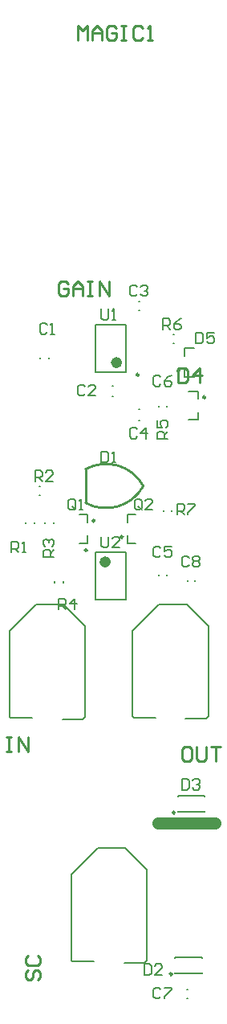
<source format=gto>
G04 Layer_Color=65535*
%FSLAX25Y25*%
%MOIN*%
G70*
G01*
G75*
%ADD41C,0.01000*%
%ADD42C,0.00984*%
%ADD43C,0.02362*%
%ADD44C,0.00600*%
%ADD45C,0.00787*%
%ADD46C,0.05000*%
%ADD47C,0.00800*%
D41*
X13500Y218504D02*
G03*
X-10500Y225504I-15500J-8500D01*
G01*
Y211504D02*
G03*
X13500Y218504I8500J15500D01*
G01*
X-10500Y211504D02*
Y225504D01*
X-43307Y114266D02*
X-41308D01*
X-42307D01*
Y108268D01*
X-43307D01*
X-41308D01*
X-38309D02*
Y114266D01*
X-34310Y108268D01*
Y114266D01*
X28015Y267417D02*
Y261419D01*
X31014D01*
X32013Y262418D01*
Y266417D01*
X31014Y267417D01*
X28015D01*
X37012Y261419D02*
Y267417D01*
X34013Y264418D01*
X38011D01*
X-13780Y403543D02*
Y409541D01*
X-11780Y407542D01*
X-9781Y409541D01*
Y403543D01*
X-7782D02*
Y407542D01*
X-5782Y409541D01*
X-3783Y407542D01*
Y403543D01*
Y406542D01*
X-7782D01*
X2215Y408542D02*
X1216Y409541D01*
X-784D01*
X-1783Y408542D01*
Y404543D01*
X-784Y403543D01*
X1216D01*
X2215Y404543D01*
Y406542D01*
X216D01*
X4215Y409541D02*
X6214D01*
X5214D01*
Y403543D01*
X4215D01*
X6214D01*
X13212Y408542D02*
X12212Y409541D01*
X10213D01*
X9213Y408542D01*
Y404543D01*
X10213Y403543D01*
X12212D01*
X13212Y404543D01*
X15211Y403543D02*
X17210D01*
X16211D01*
Y409541D01*
X15211Y408542D01*
X-17655Y302242D02*
X-18654Y303242D01*
X-20654D01*
X-21654Y302242D01*
Y298244D01*
X-20654Y297244D01*
X-18654D01*
X-17655Y298244D01*
Y300243D01*
X-19654D01*
X-15655Y297244D02*
Y301243D01*
X-13656Y303242D01*
X-11657Y301243D01*
Y297244D01*
Y300243D01*
X-15655D01*
X-9657Y303242D02*
X-7658D01*
X-8658D01*
Y297244D01*
X-9657D01*
X-7658D01*
X-4659D02*
Y303242D01*
X-660Y297244D01*
Y303242D01*
X32527Y110329D02*
X30527D01*
X29528Y109329D01*
Y105330D01*
X30527Y104331D01*
X32527D01*
X33526Y105330D01*
Y109329D01*
X32527Y110329D01*
X35526D02*
Y105330D01*
X36525Y104331D01*
X38525D01*
X39524Y105330D01*
Y110329D01*
X41524D02*
X45522D01*
X43523D01*
Y104331D01*
X-34526Y17778D02*
X-35526Y16779D01*
Y14779D01*
X-34526Y13780D01*
X-33526D01*
X-32527Y14779D01*
Y16779D01*
X-31527Y17778D01*
X-30527D01*
X-29528Y16779D01*
Y14779D01*
X-30527Y13780D01*
X-34526Y23776D02*
X-35526Y22777D01*
Y20777D01*
X-34526Y19778D01*
X-30527D01*
X-29528Y20777D01*
Y22777D01*
X-30527Y23776D01*
D42*
X-6693Y204134D02*
G03*
X-6693Y204134I-492J0D01*
G01*
X39272Y255315D02*
G03*
X39272Y255315I-492J0D01*
G01*
X25492Y16141D02*
G03*
X25492Y16141I-492J0D01*
G01*
X11614Y264646D02*
G03*
X11614Y264646I-492J0D01*
G01*
X-9843Y191850D02*
G03*
X-9843Y191850I-492J0D01*
G01*
X28642Y266339D02*
G03*
X28642Y266339I-492J0D01*
G01*
X5020Y197441D02*
G03*
X5020Y197441I-492J0D01*
G01*
X26673Y83071D02*
G03*
X26673Y83071I-492J0D01*
G01*
D43*
X3543Y269685D02*
G03*
X3543Y269685I-1181J0D01*
G01*
X-1181Y187008D02*
G03*
X-1181Y187008I-1181J0D01*
G01*
D44*
X-20090Y121732D02*
X-11591D01*
X-10591Y122732D01*
Y160232D01*
X-19590Y169232D02*
X-10591Y160232D01*
X-31091Y169232D02*
X-19590D01*
X-42091Y158232D02*
X-31091Y169232D01*
X-42091Y122732D02*
Y158232D01*
Y122732D02*
X-41591Y122232D01*
X-32591D01*
X31091Y122047D02*
X39591D01*
X40591Y123047D01*
Y160547D01*
X31591Y169547D02*
X40591Y160547D01*
X20090Y169547D02*
X31591D01*
X9091Y158547D02*
X20090Y169547D01*
X9091Y123047D02*
Y158547D01*
Y123047D02*
X9591Y122547D01*
X18590D01*
X5500Y20866D02*
X14000D01*
X15000Y21866D01*
Y59366D01*
X6000Y68366D02*
X15000Y59366D01*
X-5500Y68366D02*
X6000D01*
X-16500Y57366D02*
X-5500Y68366D01*
X-16500Y21866D02*
Y57366D01*
Y21866D02*
X-16000Y21366D01*
X-7000D01*
D45*
X-12894Y206693D02*
X-9744D01*
Y203543D02*
Y206693D01*
X-12894Y194882D02*
X-9744D01*
Y198031D01*
X36220Y246063D02*
Y249213D01*
X32283Y246063D02*
X36220D01*
Y254724D02*
Y257874D01*
X32283D02*
X36220D01*
X26673Y16338D02*
X37894D01*
X26673Y23031D02*
X37894D01*
X26673Y16338D02*
Y16732D01*
X37894Y16338D02*
Y16732D01*
X26673Y22637D02*
Y23031D01*
X37894Y22637D02*
Y23031D01*
X6299Y265748D02*
Y285433D01*
X-6299Y265748D02*
Y285433D01*
Y265748D02*
X6299D01*
X-6299Y285433D02*
X6299D01*
X-6299Y171260D02*
Y190945D01*
X6299Y171260D02*
Y190945D01*
X-6299D02*
X6299D01*
X-6299Y171260D02*
X6299D01*
X591Y255610D02*
X984D01*
X591Y260138D02*
X984D01*
X-25787Y271457D02*
Y271850D01*
X-29331Y271457D02*
Y271850D01*
X32087Y178937D02*
Y179331D01*
X34843Y178937D02*
Y179331D01*
X30709Y263779D02*
X34646D01*
X30709D02*
Y266929D01*
Y275590D02*
X34646D01*
X30709Y272441D02*
Y275590D01*
X19882Y251378D02*
Y251772D01*
X23425Y251378D02*
Y251772D01*
X21850Y208071D02*
Y208465D01*
X25394Y208071D02*
Y208465D01*
X-27362Y202953D02*
Y203346D01*
X-23819Y202953D02*
Y203346D01*
X-29724Y218307D02*
X-29331D01*
X-29724Y214764D02*
X-29331D01*
X25787Y277756D02*
X26181D01*
X25787Y281299D02*
X26181D01*
X-31693Y202953D02*
Y203346D01*
X-35236Y202953D02*
Y203346D01*
X-19882Y178543D02*
Y178937D01*
X-23425Y178543D02*
Y178937D01*
X7087Y194882D02*
X10236D01*
X7087D02*
Y198031D01*
Y206693D02*
X10236D01*
X7087Y203543D02*
Y206693D01*
X27854Y83268D02*
X39075D01*
X27854Y89961D02*
X39075D01*
X27854Y83268D02*
Y83662D01*
X39075Y83268D02*
Y83662D01*
X27854Y89567D02*
Y89961D01*
X39075Y89567D02*
Y89961D01*
X31693Y6102D02*
X32087D01*
X31693Y9646D02*
X32087D01*
X11614Y245768D02*
X12008D01*
X11614Y250295D02*
X12008D01*
X19882Y181299D02*
Y181693D01*
X23425Y181299D02*
Y181693D01*
X11614Y291535D02*
X12008D01*
X11614Y295079D02*
X12008D01*
D46*
X19685Y78740D02*
X43307D01*
D47*
X-14717Y209411D02*
Y212410D01*
X-15467Y213160D01*
X-16967D01*
X-17717Y212410D01*
Y209411D01*
X-16967Y208661D01*
X-15467D01*
X-16217Y210161D02*
X-14717Y208661D01*
X-15467D02*
X-14717Y209411D01*
X-13218Y208661D02*
X-11718D01*
X-12468D01*
Y213160D01*
X-13218Y212410D01*
X-3937Y232845D02*
Y228346D01*
X-1688D01*
X-938Y229096D01*
Y232095D01*
X-1688Y232845D01*
X-3937D01*
X562Y228346D02*
X2061D01*
X1311D01*
Y232845D01*
X562Y232095D01*
X13780Y20247D02*
Y15748D01*
X16029D01*
X16779Y16498D01*
Y19497D01*
X16029Y20247D01*
X13780D01*
X21277Y15748D02*
X18278D01*
X21277Y18747D01*
Y19497D01*
X20527Y20247D01*
X19028D01*
X18278Y19497D01*
X-3937Y291900D02*
Y288151D01*
X-3187Y287402D01*
X-1688D01*
X-938Y288151D01*
Y291900D01*
X562Y287402D02*
X2061D01*
X1311D01*
Y291900D01*
X562Y291150D01*
X-3937Y197412D02*
Y193663D01*
X-3187Y192913D01*
X-1688D01*
X-938Y193663D01*
Y197412D01*
X3561Y192913D02*
X562D01*
X3561Y195912D01*
Y196662D01*
X2811Y197412D01*
X1311D01*
X562Y196662D01*
X-10780Y259654D02*
X-11530Y260404D01*
X-13030D01*
X-13780Y259654D01*
Y256655D01*
X-13030Y255906D01*
X-11530D01*
X-10780Y256655D01*
X-6282Y255906D02*
X-9281D01*
X-6282Y258905D01*
Y259654D01*
X-7032Y260404D01*
X-8531D01*
X-9281Y259654D01*
X-26528Y285245D02*
X-27278Y285995D01*
X-28778D01*
X-29528Y285245D01*
Y282246D01*
X-28778Y281496D01*
X-27278D01*
X-26528Y282246D01*
X-25029Y281496D02*
X-23529D01*
X-24279D01*
Y285995D01*
X-25029Y285245D01*
X32527Y188788D02*
X31777Y189538D01*
X30277D01*
X29528Y188788D01*
Y185789D01*
X30277Y185039D01*
X31777D01*
X32527Y185789D01*
X34026Y188788D02*
X34776Y189538D01*
X36275D01*
X37025Y188788D01*
Y188038D01*
X36275Y187289D01*
X37025Y186539D01*
Y185789D01*
X36275Y185039D01*
X34776D01*
X34026Y185789D01*
Y186539D01*
X34776Y187289D01*
X34026Y188038D01*
Y188788D01*
X34776Y187289D02*
X36275D01*
X20716Y263591D02*
X19966Y264341D01*
X18466D01*
X17717Y263591D01*
Y260592D01*
X18466Y259842D01*
X19966D01*
X20716Y260592D01*
X25214Y264341D02*
X23715Y263591D01*
X22215Y262092D01*
Y260592D01*
X22965Y259842D01*
X24464D01*
X25214Y260592D01*
Y261342D01*
X24464Y262092D01*
X22215D01*
X35433Y282058D02*
Y277559D01*
X37682D01*
X38432Y278309D01*
Y281308D01*
X37682Y282058D01*
X35433D01*
X42931D02*
X39932D01*
Y279808D01*
X41431Y280558D01*
X42181D01*
X42931Y279808D01*
Y278309D01*
X42181Y277559D01*
X40681D01*
X39932Y278309D01*
X23622Y238189D02*
X19124D01*
Y240438D01*
X19873Y241188D01*
X21373D01*
X22122Y240438D01*
Y238189D01*
Y239688D02*
X23622Y241188D01*
X19124Y245687D02*
Y242688D01*
X21373D01*
X20623Y244187D01*
Y244937D01*
X21373Y245687D01*
X22872D01*
X23622Y244937D01*
Y243437D01*
X22872Y242688D01*
X27559Y206693D02*
Y211192D01*
X29808D01*
X30558Y210442D01*
Y208942D01*
X29808Y208192D01*
X27559D01*
X29059D02*
X30558Y206693D01*
X32058Y211192D02*
X35057D01*
Y210442D01*
X32058Y207443D01*
Y206693D01*
X-23622Y188976D02*
X-28121D01*
Y191226D01*
X-27371Y191975D01*
X-25871D01*
X-25122Y191226D01*
Y188976D01*
Y190476D02*
X-23622Y191975D01*
X-27371Y193475D02*
X-28121Y194225D01*
Y195724D01*
X-27371Y196474D01*
X-26621D01*
X-25871Y195724D01*
Y194975D01*
Y195724D01*
X-25122Y196474D01*
X-24372D01*
X-23622Y195724D01*
Y194225D01*
X-24372Y193475D01*
X-31496Y220472D02*
Y224971D01*
X-29247D01*
X-28497Y224221D01*
Y222722D01*
X-29247Y221972D01*
X-31496D01*
X-29996D02*
X-28497Y220472D01*
X-23999D02*
X-26998D01*
X-23999Y223471D01*
Y224221D01*
X-24748Y224971D01*
X-26248D01*
X-26998Y224221D01*
X21654Y283465D02*
Y287963D01*
X23903D01*
X24653Y287213D01*
Y285714D01*
X23903Y284964D01*
X21654D01*
X23153D02*
X24653Y283465D01*
X29151Y287963D02*
X27652Y287213D01*
X26152Y285714D01*
Y284214D01*
X26902Y283465D01*
X28401D01*
X29151Y284214D01*
Y284964D01*
X28401Y285714D01*
X26152D01*
X-41339Y190945D02*
Y195443D01*
X-39089D01*
X-38340Y194694D01*
Y193194D01*
X-39089Y192444D01*
X-41339D01*
X-39839D02*
X-38340Y190945D01*
X-36840D02*
X-35340D01*
X-36090D01*
Y195443D01*
X-36840Y194694D01*
X-21654Y167323D02*
Y171821D01*
X-19404D01*
X-18654Y171072D01*
Y169572D01*
X-19404Y168822D01*
X-21654D01*
X-20154D02*
X-18654Y167323D01*
X-14906D02*
Y171821D01*
X-17155Y169572D01*
X-14156D01*
X12842Y209411D02*
Y212410D01*
X12092Y213160D01*
X10592D01*
X9843Y212410D01*
Y209411D01*
X10592Y208661D01*
X12092D01*
X11342Y210161D02*
X12842Y208661D01*
X12092D02*
X12842Y209411D01*
X17340Y208661D02*
X14341D01*
X17340Y211660D01*
Y212410D01*
X16590Y213160D01*
X15091D01*
X14341Y212410D01*
X29528Y97018D02*
Y92520D01*
X31777D01*
X32527Y93269D01*
Y96268D01*
X31777Y97018D01*
X29528D01*
X34026Y96268D02*
X34776Y97018D01*
X36275D01*
X37025Y96268D01*
Y95519D01*
X36275Y94769D01*
X35526D01*
X36275D01*
X37025Y94019D01*
Y93269D01*
X36275Y92520D01*
X34776D01*
X34026Y93269D01*
X20716Y9654D02*
X19966Y10404D01*
X18466D01*
X17717Y9654D01*
Y6655D01*
X18466Y5906D01*
X19966D01*
X20716Y6655D01*
X22215Y10404D02*
X25214D01*
Y9654D01*
X22215Y6655D01*
Y5906D01*
X10873Y241938D02*
X10123Y242688D01*
X8624D01*
X7874Y241938D01*
Y238939D01*
X8624Y238189D01*
X10123D01*
X10873Y238939D01*
X14622Y238189D02*
Y242688D01*
X12373Y240438D01*
X15372D01*
X20716Y192725D02*
X19966Y193475D01*
X18466D01*
X17717Y192725D01*
Y189726D01*
X18466Y188976D01*
X19966D01*
X20716Y189726D01*
X25214Y193475D02*
X22215D01*
Y191226D01*
X23715Y191975D01*
X24464D01*
X25214Y191226D01*
Y189726D01*
X24464Y188976D01*
X22965D01*
X22215Y189726D01*
X10873Y300993D02*
X10123Y301743D01*
X8624D01*
X7874Y300993D01*
Y297994D01*
X8624Y297244D01*
X10123D01*
X10873Y297994D01*
X12373Y300993D02*
X13122Y301743D01*
X14622D01*
X15372Y300993D01*
Y300243D01*
X14622Y299493D01*
X13872D01*
X14622D01*
X15372Y298744D01*
Y297994D01*
X14622Y297244D01*
X13122D01*
X12373Y297994D01*
M02*

</source>
